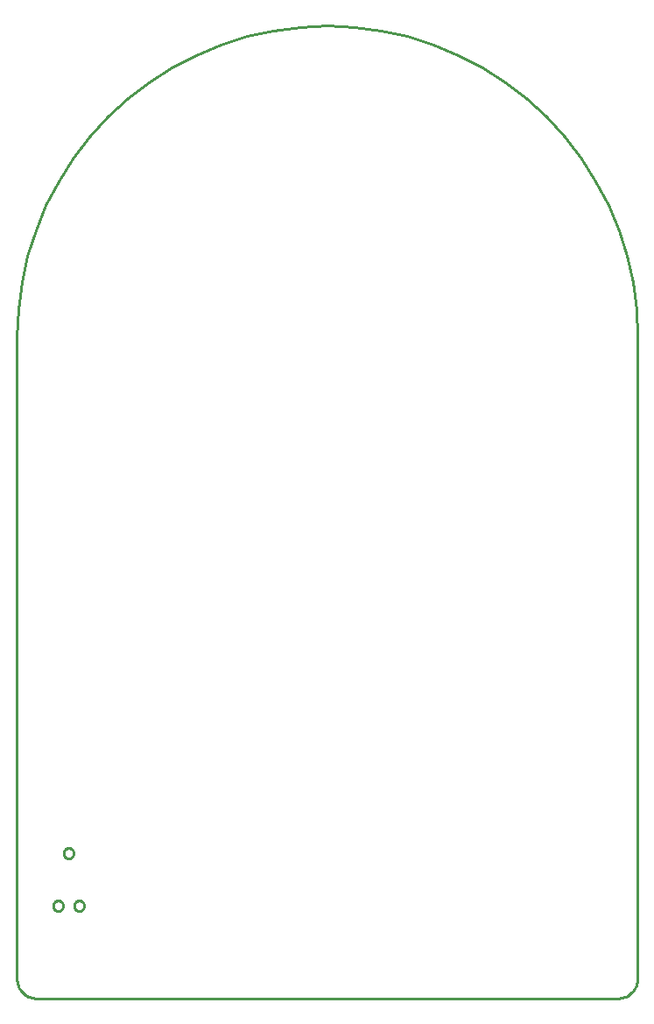
<source format=gko>
G04 EAGLE Gerber RS-274X export*
G75*
%MOMM*%
%FSLAX34Y34*%
%LPD*%
%IN*%
%IPPOS*%
%AMOC8*
5,1,8,0,0,1.08239X$1,22.5*%
G01*
%ADD10C,0.254000*%


D10*
X0Y19050D02*
X73Y17390D01*
X289Y15742D01*
X649Y14120D01*
X1149Y12535D01*
X1785Y10999D01*
X2552Y9525D01*
X3445Y8123D01*
X4457Y6805D01*
X5580Y5580D01*
X6805Y4457D01*
X8123Y3445D01*
X9525Y2552D01*
X10999Y1785D01*
X12535Y1149D01*
X14120Y649D01*
X15742Y289D01*
X17390Y73D01*
X19050Y0D01*
X580950Y0D01*
X582610Y73D01*
X584258Y289D01*
X585881Y649D01*
X587465Y1149D01*
X589001Y1785D01*
X590475Y2552D01*
X591877Y3445D01*
X593195Y4457D01*
X594420Y5580D01*
X595543Y6805D01*
X596555Y8123D01*
X597448Y9525D01*
X598215Y10999D01*
X598851Y12535D01*
X599351Y14120D01*
X599711Y15742D01*
X599928Y17390D01*
X600000Y19050D01*
X600000Y640000D01*
X598858Y666147D01*
X595442Y692094D01*
X589778Y717646D01*
X581908Y742606D01*
X571892Y766785D01*
X559808Y790000D01*
X545746Y812073D01*
X529813Y832836D01*
X512132Y852132D01*
X492836Y869813D01*
X472073Y885746D01*
X450000Y899808D01*
X426785Y911892D01*
X402606Y921908D01*
X377646Y929778D01*
X352094Y935442D01*
X326147Y938858D01*
X300000Y940000D01*
X273853Y938858D01*
X247906Y935442D01*
X222354Y929778D01*
X197394Y921908D01*
X173215Y911892D01*
X150000Y899808D01*
X127927Y885746D01*
X107164Y869813D01*
X87868Y852132D01*
X70187Y832836D01*
X54254Y812073D01*
X40192Y790000D01*
X28108Y766785D01*
X18092Y742606D01*
X10222Y717646D01*
X4558Y692094D01*
X1142Y666147D01*
X0Y640000D01*
X0Y19050D01*
X49722Y135197D02*
X49169Y135259D01*
X48627Y135383D01*
X48102Y135567D01*
X47600Y135808D01*
X47129Y136104D01*
X46694Y136451D01*
X46301Y136844D01*
X45954Y137279D01*
X45658Y137750D01*
X45417Y138252D01*
X45233Y138777D01*
X45109Y139319D01*
X45047Y139872D01*
X45047Y140428D01*
X45109Y140981D01*
X45233Y141523D01*
X45417Y142048D01*
X45658Y142550D01*
X45954Y143021D01*
X46301Y143456D01*
X46694Y143849D01*
X47129Y144196D01*
X47600Y144492D01*
X48102Y144733D01*
X48627Y144917D01*
X49169Y145041D01*
X49722Y145103D01*
X50278Y145103D01*
X50831Y145041D01*
X51373Y144917D01*
X51898Y144733D01*
X52400Y144492D01*
X52871Y144196D01*
X53306Y143849D01*
X53699Y143456D01*
X54046Y143021D01*
X54342Y142550D01*
X54583Y142048D01*
X54767Y141523D01*
X54891Y140981D01*
X54953Y140428D01*
X54953Y139872D01*
X54891Y139319D01*
X54767Y138777D01*
X54583Y138252D01*
X54342Y137750D01*
X54046Y137279D01*
X53699Y136844D01*
X53306Y136451D01*
X52871Y136104D01*
X52400Y135808D01*
X51898Y135567D01*
X51373Y135383D01*
X50831Y135259D01*
X50278Y135197D01*
X49722Y135197D01*
X59882Y84397D02*
X59329Y84459D01*
X58787Y84583D01*
X58262Y84767D01*
X57760Y85008D01*
X57289Y85304D01*
X56854Y85651D01*
X56461Y86044D01*
X56114Y86479D01*
X55818Y86950D01*
X55577Y87452D01*
X55393Y87977D01*
X55269Y88519D01*
X55207Y89072D01*
X55207Y89628D01*
X55269Y90181D01*
X55393Y90723D01*
X55577Y91248D01*
X55818Y91750D01*
X56114Y92221D01*
X56461Y92656D01*
X56854Y93049D01*
X57289Y93396D01*
X57760Y93692D01*
X58262Y93933D01*
X58787Y94117D01*
X59329Y94241D01*
X59882Y94303D01*
X60438Y94303D01*
X60991Y94241D01*
X61533Y94117D01*
X62058Y93933D01*
X62560Y93692D01*
X63031Y93396D01*
X63466Y93049D01*
X63859Y92656D01*
X64206Y92221D01*
X64502Y91750D01*
X64743Y91248D01*
X64927Y90723D01*
X65051Y90181D01*
X65113Y89628D01*
X65113Y89072D01*
X65051Y88519D01*
X64927Y87977D01*
X64743Y87452D01*
X64502Y86950D01*
X64206Y86479D01*
X63859Y86044D01*
X63466Y85651D01*
X63031Y85304D01*
X62560Y85008D01*
X62058Y84767D01*
X61533Y84583D01*
X60991Y84459D01*
X60438Y84397D01*
X59882Y84397D01*
X39562Y84397D02*
X39009Y84459D01*
X38467Y84583D01*
X37942Y84767D01*
X37440Y85008D01*
X36969Y85304D01*
X36534Y85651D01*
X36141Y86044D01*
X35794Y86479D01*
X35498Y86950D01*
X35257Y87452D01*
X35073Y87977D01*
X34949Y88519D01*
X34887Y89072D01*
X34887Y89628D01*
X34949Y90181D01*
X35073Y90723D01*
X35257Y91248D01*
X35498Y91750D01*
X35794Y92221D01*
X36141Y92656D01*
X36534Y93049D01*
X36969Y93396D01*
X37440Y93692D01*
X37942Y93933D01*
X38467Y94117D01*
X39009Y94241D01*
X39562Y94303D01*
X40118Y94303D01*
X40671Y94241D01*
X41213Y94117D01*
X41738Y93933D01*
X42240Y93692D01*
X42711Y93396D01*
X43146Y93049D01*
X43539Y92656D01*
X43886Y92221D01*
X44182Y91750D01*
X44423Y91248D01*
X44607Y90723D01*
X44731Y90181D01*
X44793Y89628D01*
X44793Y89072D01*
X44731Y88519D01*
X44607Y87977D01*
X44423Y87452D01*
X44182Y86950D01*
X43886Y86479D01*
X43539Y86044D01*
X43146Y85651D01*
X42711Y85304D01*
X42240Y85008D01*
X41738Y84767D01*
X41213Y84583D01*
X40671Y84459D01*
X40118Y84397D01*
X39562Y84397D01*
M02*

</source>
